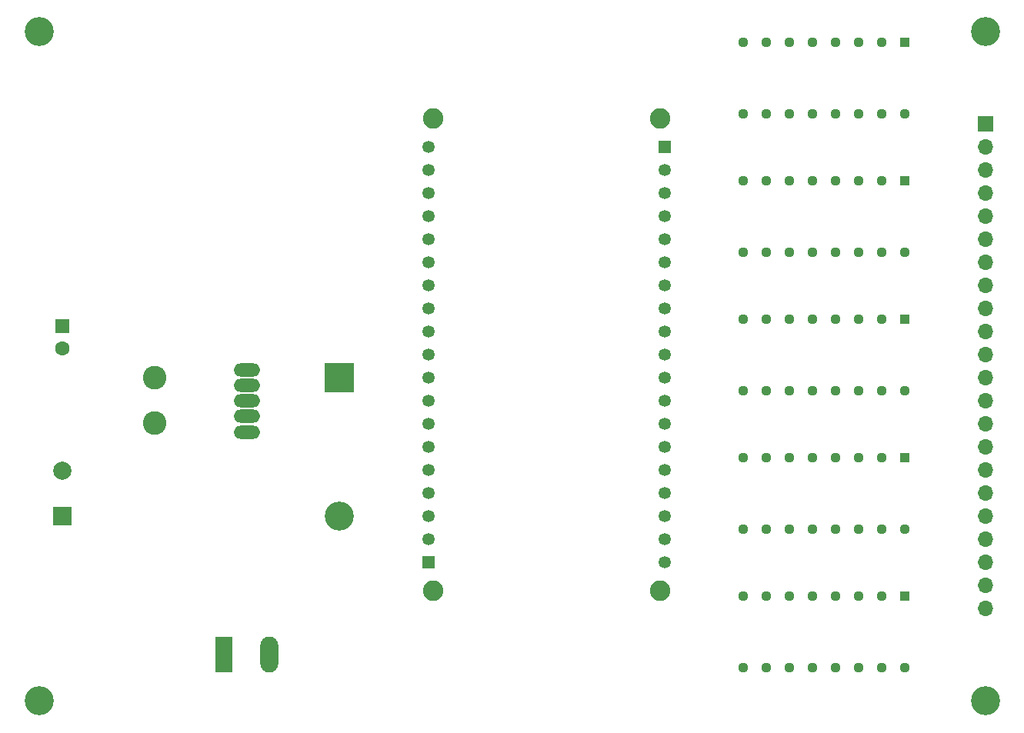
<source format=gbs>
G04 #@! TF.GenerationSoftware,KiCad,Pcbnew,(6.0.4-0)*
G04 #@! TF.CreationDate,2022-07-29T09:17:34+02:00*
G04 #@! TF.ProjectId,LED-Clock,4c45442d-436c-46f6-936b-2e6b69636164,rev?*
G04 #@! TF.SameCoordinates,Original*
G04 #@! TF.FileFunction,Soldermask,Bot*
G04 #@! TF.FilePolarity,Negative*
%FSLAX46Y46*%
G04 Gerber Fmt 4.6, Leading zero omitted, Abs format (unit mm)*
G04 Created by KiCad (PCBNEW (6.0.4-0)) date 2022-07-29 09:17:34*
%MOMM*%
%LPD*%
G01*
G04 APERTURE LIST*
%ADD10O,2.900000X1.450000*%
%ADD11C,3.200000*%
%ADD12R,1.130000X1.130000*%
%ADD13C,1.130000*%
%ADD14R,1.700000X1.700000*%
%ADD15O,1.700000X1.700000*%
%ADD16R,1.600000X1.600000*%
%ADD17C,1.600000*%
%ADD18C,2.600000*%
%ADD19R,1.980000X3.960000*%
%ADD20O,1.980000X3.960000*%
%ADD21C,2.250000*%
%ADD22R,1.350000X1.350000*%
%ADD23C,1.350000*%
%ADD24R,2.000000X2.000000*%
%ADD25C,2.000000*%
%ADD26R,3.200000X3.200000*%
%ADD27O,3.200000X3.200000*%
G04 APERTURE END LIST*
D10*
X152400000Y-85500000D03*
X152400000Y-87200000D03*
X152400000Y-88900000D03*
X152400000Y-90600000D03*
X152400000Y-92300000D03*
D11*
X129540000Y-48260000D03*
D12*
X224790000Y-79850000D03*
D13*
X222250000Y-79850000D03*
X219710000Y-79850000D03*
X217170000Y-79850000D03*
X214630000Y-79850000D03*
X212090000Y-79850000D03*
X209550000Y-79850000D03*
X207010000Y-79850000D03*
X207010000Y-87790000D03*
X209550000Y-87790000D03*
X212090000Y-87790000D03*
X214630000Y-87790000D03*
X217170000Y-87790000D03*
X219710000Y-87790000D03*
X222250000Y-87790000D03*
X224790000Y-87790000D03*
D14*
X233680000Y-58420000D03*
D15*
X233680000Y-60960000D03*
X233680000Y-63500000D03*
X233680000Y-66040000D03*
X233680000Y-68580000D03*
X233680000Y-71120000D03*
X233680000Y-73660000D03*
X233680000Y-76200000D03*
X233680000Y-78740000D03*
X233680000Y-81280000D03*
X233680000Y-83820000D03*
X233680000Y-86360000D03*
X233680000Y-88900000D03*
X233680000Y-91440000D03*
X233680000Y-93980000D03*
X233680000Y-96520000D03*
X233680000Y-99060000D03*
X233680000Y-101600000D03*
X233680000Y-104140000D03*
X233680000Y-106680000D03*
X233680000Y-109220000D03*
X233680000Y-111760000D03*
D12*
X224790000Y-64610000D03*
D13*
X222250000Y-64610000D03*
X219710000Y-64610000D03*
X217170000Y-64610000D03*
X214630000Y-64610000D03*
X212090000Y-64610000D03*
X209550000Y-64610000D03*
X207010000Y-64610000D03*
X207010000Y-72550000D03*
X209550000Y-72550000D03*
X212090000Y-72550000D03*
X214630000Y-72550000D03*
X217170000Y-72550000D03*
X219710000Y-72550000D03*
X222250000Y-72550000D03*
X224790000Y-72550000D03*
D16*
X132080000Y-80650000D03*
D17*
X132080000Y-83150000D03*
D18*
X142240000Y-86360000D03*
X142240000Y-91360000D03*
D19*
X149860000Y-116840000D03*
D20*
X154860000Y-116840000D03*
D12*
X224790000Y-49370000D03*
D13*
X222250000Y-49370000D03*
X219710000Y-49370000D03*
X217170000Y-49370000D03*
X214630000Y-49370000D03*
X212090000Y-49370000D03*
X209550000Y-49370000D03*
X207010000Y-49370000D03*
X207010000Y-57310000D03*
X209550000Y-57310000D03*
X212090000Y-57310000D03*
X214630000Y-57310000D03*
X217170000Y-57310000D03*
X219710000Y-57310000D03*
X222250000Y-57310000D03*
X224790000Y-57310000D03*
D11*
X129540000Y-121920000D03*
X233680000Y-121920000D03*
D12*
X224790000Y-110330000D03*
D13*
X222250000Y-110330000D03*
X219710000Y-110330000D03*
X217170000Y-110330000D03*
X214630000Y-110330000D03*
X212090000Y-110330000D03*
X209550000Y-110330000D03*
X207010000Y-110330000D03*
X207010000Y-118270000D03*
X209550000Y-118270000D03*
X212090000Y-118270000D03*
X214630000Y-118270000D03*
X217170000Y-118270000D03*
X219710000Y-118270000D03*
X222250000Y-118270000D03*
X224790000Y-118270000D03*
D21*
X172920000Y-57820000D03*
X172920000Y-109820000D03*
X197920000Y-109820000D03*
X197920000Y-57820000D03*
D22*
X198420000Y-60960000D03*
D23*
X198420000Y-63500000D03*
X198420000Y-66040000D03*
X198420000Y-68580000D03*
X198420000Y-71120000D03*
X198420000Y-73660000D03*
X198420000Y-76200000D03*
X198420000Y-78740000D03*
X198420000Y-81280000D03*
X198420000Y-83820000D03*
X198420000Y-86360000D03*
X198420000Y-88900000D03*
X198420000Y-91440000D03*
X198420000Y-93980000D03*
X198420000Y-96520000D03*
X198420000Y-99060000D03*
X198420000Y-101600000D03*
X198420000Y-104140000D03*
X198420000Y-106680000D03*
D22*
X172420000Y-106680000D03*
D23*
X172420000Y-104140000D03*
X172420000Y-101600000D03*
X172420000Y-99060000D03*
X172420000Y-96520000D03*
X172420000Y-93980000D03*
X172420000Y-91440000D03*
X172420000Y-88900000D03*
X172420000Y-86360000D03*
X172420000Y-83820000D03*
X172420000Y-81280000D03*
X172420000Y-78740000D03*
X172420000Y-76200000D03*
X172420000Y-73660000D03*
X172420000Y-71120000D03*
X172420000Y-68580000D03*
X172420000Y-66040000D03*
X172420000Y-63500000D03*
X172420000Y-60960000D03*
D11*
X233680000Y-48260000D03*
D24*
X132080000Y-101600000D03*
D25*
X132080000Y-96600000D03*
D26*
X162560000Y-86360000D03*
D27*
X162560000Y-101600000D03*
D12*
X224790000Y-95090000D03*
D13*
X222250000Y-95090000D03*
X219710000Y-95090000D03*
X217170000Y-95090000D03*
X214630000Y-95090000D03*
X212090000Y-95090000D03*
X209550000Y-95090000D03*
X207010000Y-95090000D03*
X207010000Y-103030000D03*
X209550000Y-103030000D03*
X212090000Y-103030000D03*
X214630000Y-103030000D03*
X217170000Y-103030000D03*
X219710000Y-103030000D03*
X222250000Y-103030000D03*
X224790000Y-103030000D03*
M02*

</source>
